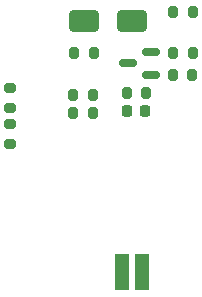
<source format=gbp>
G04 #@! TF.GenerationSoftware,KiCad,Pcbnew,7.0.5*
G04 #@! TF.CreationDate,2023-12-03T19:54:15+09:00*
G04 #@! TF.ProjectId,Misawa_DistanceSensor,4d697361-7761-45f4-9469-7374616e6365,v1.0*
G04 #@! TF.SameCoordinates,Original*
G04 #@! TF.FileFunction,Paste,Bot*
G04 #@! TF.FilePolarity,Positive*
%FSLAX46Y46*%
G04 Gerber Fmt 4.6, Leading zero omitted, Abs format (unit mm)*
G04 Created by KiCad (PCBNEW 7.0.5) date 2023-12-03 19:54:15*
%MOMM*%
%LPD*%
G01*
G04 APERTURE LIST*
G04 Aperture macros list*
%AMRoundRect*
0 Rectangle with rounded corners*
0 $1 Rounding radius*
0 $2 $3 $4 $5 $6 $7 $8 $9 X,Y pos of 4 corners*
0 Add a 4 corners polygon primitive as box body*
4,1,4,$2,$3,$4,$5,$6,$7,$8,$9,$2,$3,0*
0 Add four circle primitives for the rounded corners*
1,1,$1+$1,$2,$3*
1,1,$1+$1,$4,$5*
1,1,$1+$1,$6,$7*
1,1,$1+$1,$8,$9*
0 Add four rect primitives between the rounded corners*
20,1,$1+$1,$2,$3,$4,$5,0*
20,1,$1+$1,$4,$5,$6,$7,0*
20,1,$1+$1,$6,$7,$8,$9,0*
20,1,$1+$1,$8,$9,$2,$3,0*%
G04 Aperture macros list end*
%ADD10RoundRect,0.200000X-0.200000X-0.275000X0.200000X-0.275000X0.200000X0.275000X-0.200000X0.275000X0*%
%ADD11RoundRect,0.200000X0.200000X0.275000X-0.200000X0.275000X-0.200000X-0.275000X0.200000X-0.275000X0*%
%ADD12RoundRect,0.200000X0.275000X-0.200000X0.275000X0.200000X-0.275000X0.200000X-0.275000X-0.200000X0*%
%ADD13RoundRect,0.225000X-0.225000X-0.250000X0.225000X-0.250000X0.225000X0.250000X-0.225000X0.250000X0*%
%ADD14RoundRect,0.250000X-1.000000X-0.650000X1.000000X-0.650000X1.000000X0.650000X-1.000000X0.650000X0*%
%ADD15RoundRect,0.150000X0.587500X0.150000X-0.587500X0.150000X-0.587500X-0.150000X0.587500X-0.150000X0*%
%ADD16R,1.250000X3.050000*%
G04 APERTURE END LIST*
D10*
X120167500Y-113823000D03*
X121817500Y-113823000D03*
X120193000Y-111918000D03*
X121843000Y-111918000D03*
X111748000Y-115474000D03*
X113398000Y-115474000D03*
D11*
X121843000Y-108489000D03*
X120193000Y-108489000D03*
D12*
X106413000Y-116553000D03*
X106413000Y-114903000D03*
D10*
X116256000Y-115347000D03*
X117906000Y-115347000D03*
D13*
X116293000Y-116871000D03*
X117843000Y-116871000D03*
D12*
X106413000Y-119601000D03*
X106413000Y-117951000D03*
D14*
X112668000Y-109251000D03*
X116668000Y-109251000D03*
D11*
X113398000Y-116998000D03*
X111748000Y-116998000D03*
X113461000Y-111918000D03*
X111811000Y-111918000D03*
D15*
X118272500Y-111857000D03*
X118272500Y-113757000D03*
X116397500Y-112807000D03*
D16*
X117575000Y-130457000D03*
X115825000Y-130457000D03*
M02*

</source>
